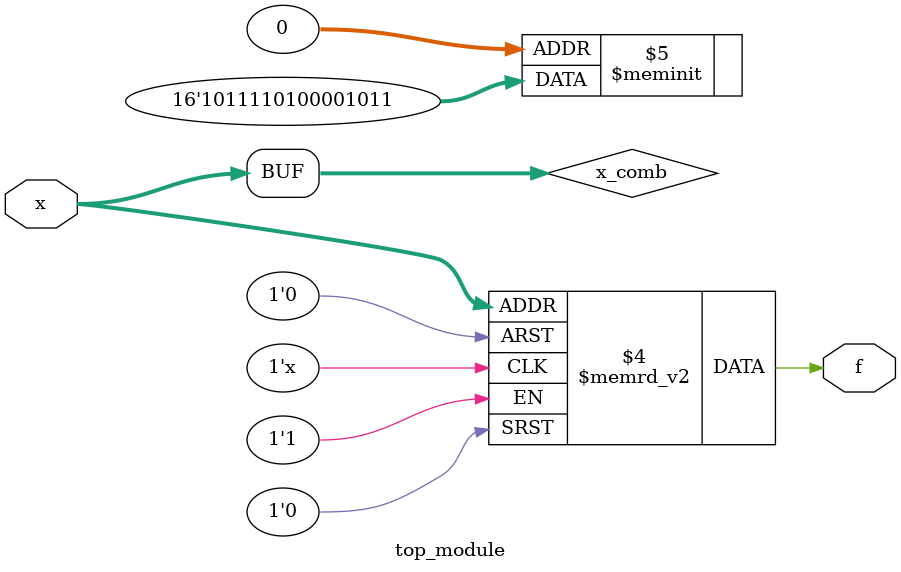
<source format=sv>
module top_module (
    input [4:1] x,
    output logic f
);

logic [3:0] x_comb;
assign x_comb = {x[4], x[3], x[2], x[1]};

always_comb begin
    case (x_comb)
        4'b0000: f = 1'b1;
        4'b0001: f = 1'b1;
        4'b0010: f = 1'b0;
        4'b0011: f = 1'b1;
        4'b0100: f = 1'b0;
        4'b0101: f = 1'b0;
        4'b0110: f = 1'b0;
        4'b0111: f = 1'b0;
        4'b1000: f = 1'b1;
        4'b1001: f = 1'b0;
        4'b1010: f = 1'b1;
        4'b1011: f = 1'b1;
        4'b1100: f = 1'b1;
        4'b1101: f = 1'b1;
        4'b1110: f = 1'b0;
        4'b1111: f = 1'b1;
    endcase
end

endmodule

</source>
